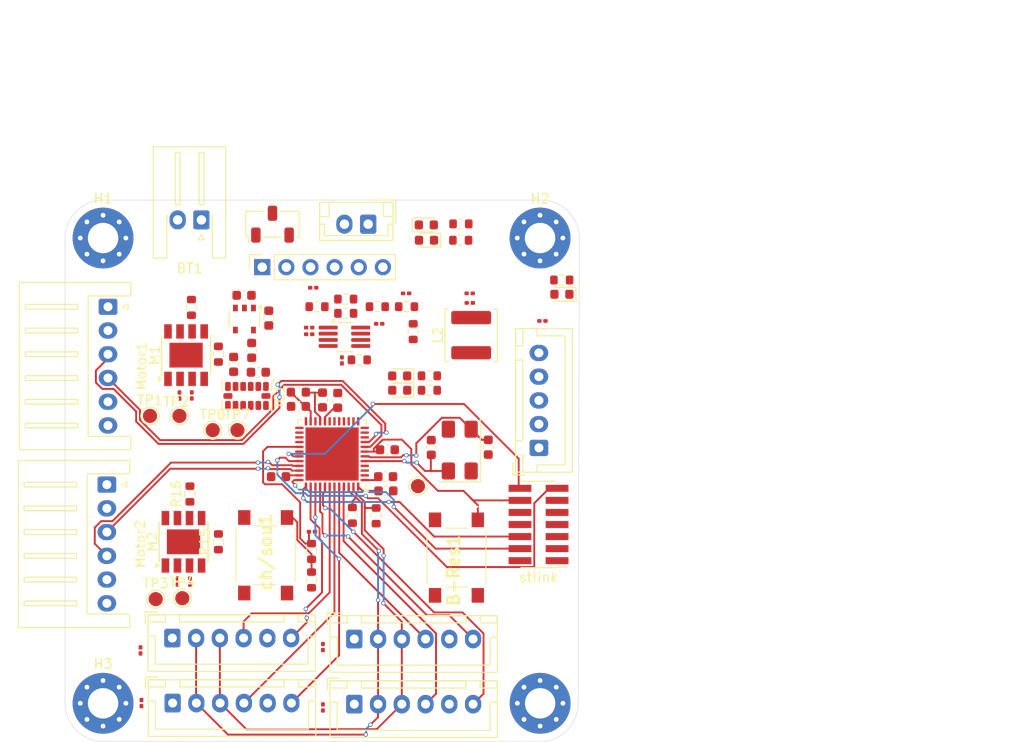
<source format=kicad_pcb>
(kicad_pcb (version 20241229) (generator "pcbnew") (generator_version "9.0")
  (layers (0 "F.Cu" signal) (4 "In1.Cu" power "In1.Cu - GND") (6 "In2.Cu" power "In2.Cu - PWR") (2 "B.Cu" signal) (13 "F.Paste" user) (15 "B.Paste" user) (5 "F.SilkS" user "F.Silkscreen") (7 "B.SilkS" user "B.Silkscreen") (1 "F.Mask" user) (3 "B.Mask" user) (25 "Edge.Cuts" user))
  (net 0 "")
  (net 1 "Net-(BT1-+)")
  (net 2 "GND")
  (net 3 "/µcontrolleur/NRST")
  (net 4 "+3.3V")
  (net 5 "Net-(U1-PF0)")
  (net 6 "Net-(U1-PF1)")
  (net 7 "Net-(U1-VDDA)")
  (net 8 "Net-(IC1-VDD_I{slash}O)")
  (net 9 "Net-(IC1-RESERVED_1)")
  (net 10 "+5V")
  (net 11 "+VBAT")
  (net 12 "Net-(IC2-VCC)")
  (net 13 "Net-(C17-Pad1)")
  (net 14 "Net-(IC2-SW)")
  (net 15 "Net-(C19-Pad1)")
  (net 16 "Net-(D1-K)")
  (net 17 "/µcontrolleur/STATUS_CHAT_LED")
  (net 18 "Net-(D2-K)")
  (net 19 "Net-(D3-K)")
  (net 20 "Net-(D4-K)")
  (net 21 "V_BATT")
  (net 22 "/µcontrolleur/STATUS_SOURIS_LED")
  (net 23 "Net-(D5-K)")
  (net 24 "/Capteurs/I2C1_SDA")
  (net 25 "/Capteurs/ACC_INT1")
  (net 26 "/Capteurs/I2C1_SCL")
  (net 27 "/Capteurs/ACC_INT2")
  (net 29 "Net-(IC2-PG)")
  (net 30 "/Moteur2/Motor1-")
  (net 31 "/Moteur2/Motor1+")
  (net 32 "/Moteur2/ENC1_PH2")
  (net 33 "/Moteur2/ENC1_PH1")
  (net 34 "/Capteurs/tof1_GPIO")
  (net 35 "/Capteurs/TOF1_XSHUT")
  (net 36 "/Capteurs/TOF2_XSHUT")
  (net 37 "/Capteurs/tof2_GPIO")
  (net 38 "/Capteurs/Bluetooth_USART3_RX")
  (net 39 "/Capteurs/Bluetooth_USART3_TX")
  (net 40 "/Capteurs/TOF3_XSHUT")
  (net 41 "/Capteurs/tof3_GPIO")
  (net 42 "/Capteurs/TOF4_XSHUT")
  (net 43 "/Capteurs/tof4_GPIO")
  (net 46 "/µcontrolleur/SWDIO")
  (net 47 "/µcontrolleur/VCP_RX")
  (net 51 "/µcontrolleur/SWCLK")
  (net 52 "/µcontrolleur/VCP_TX")
  (net 53 "/Moteur1/Motor1-")
  (net 54 "/Moteur1/ENC1_PH1")
  (net 55 "/Moteur1/Motor1+")
  (net 56 "/Moteur1/ENC1_PH2")
  (net 57 "Net-(IC2-EN{slash}SYNC)")
  (net 58 "Net-(IC2-BST)")
  (net 59 "Net-(IC2-FB)")
  (net 60 "Net-(M1-VREF)")
  (net 61 "Net-(M2-VREF)")
  (net 62 "/µcontrolleur/BOUTON_Chat{slash}Souris")
  (net 63 "/Moteur1/PWM_Mot1_CH1")
  (net 64 "/Moteur1/PWM_Mot1_CH2")
  (net 65 "/Moteur2/PWM_Mot1_CH1")
  (net 66 "/Moteur2/PWM_Mot1_CH2")
  (net 67 "/Capteurs/LIDAR_USART2_RX")
  (net 69 "/Capteurs/M_CTR")
  (net 77 "Net-(R17-Pad2)")
  (net 80 "/Capteurs/Bluetooth_En")
  (net 82 "Net-(alim_batt1-Pin_2)")
  (footprint "Connector_JST:JST_XH_B6B-XH-A_1x06_P2.50mm_Vertical" (layer "F.Cu") (at 144.38 120.045)
    (property "Reference" "TOF2" (hide yes))
    (property "Value" "Conn_01x06" (hide yes))
  )
  (footprint "TestPoint:TestPoint_Pad_D1.5mm" (layer "F.Cu") (at 148.6 91.3)
    (property "Reference" "TP8")
    (property "Value" "TestPoint" (hide yes))
  )
  (footprint "Capacitor_SMD:C_0603_1608Metric" (layer "F.Cu") (at 157.625 88.8)
    (property "Reference" "C7" (hide yes))
    (property "Value" "100nF" (hide yes))
  )
  (footprint "Capacitor_SMD:C_0603_1608Metric" (layer "F.Cu") (at 166.8 96.2 180)
    (property "Reference" "C2" (hide yes))
    (property "Value" "4u7" (hide yes))
  )
  (footprint "Capacitor_SMD:C_0201_0603Metric" (layer "F.Cu") (at 144.9 107.245 90)
    (property "Reference" "C25" (hide yes))
    (property "Value" "1 uF" (hide yes))
  )
  (footprint "Capacitor_SMD:C_0201_0603Metric" (layer "F.Cu") (at 183.3 79.8)
    (property "Reference" "C26" (hide yes))
    (property "Value" "1u" (hide yes))
  )
  (footprint "Crystal:Crystal_SMD_0603-4Pin_6.0x3.5mm" (layer "F.Cu") (at 174.6 93.4 90)
    (property "Reference" "Y1" (hide yes))
    (property "Value" "16MHz" (hide yes))
  )
  (footprint "Connector_JST:JST_EH_B2B-EH-A_1x02_P2.50mm_Vertical" (layer "F.Cu") (at 164.96 69.61 180)
    (property "Reference" "alim_batt1" (hide yes))
    (property "Value" "Conn_01x02" (hide yes))
  )
  (footprint "Resistor_SMD:R_0603_1608Metric" (layer "F.Cu") (at 149.2 103.0625 90)
    (property "Reference" "R15")
    (property "Value" "1 k")
  )
  (footprint "Resistor_SMD:R_0603_1608Metric" (layer "F.Cu") (at 146.2 98.025 90)
    (property "Reference" "R16")
    (property "Value" "4.7 k")
  )
  (footprint "Connector_JST:JST_XH_B6B-XH-A_1x06_P2.50mm_Vertical" (layer "F.Cu") (at 163.5 113.3)
    (property "Reference" "TOF3" (hide yes))
    (property "Value" "Conn_01x06" (hide yes))
  )
  (footprint "Resistor_SMD:R_0603_1608Metric" (layer "F.Cu") (at 169.7 80.925 90)
    (property "Reference" "R11" (hide yes))
    (property "Value" "16k" (hide yes))
  )
  (footprint "Button_Switch_SMD:Nidec_Copal_CAS-120A" (layer "F.Cu") (at 154.89 69.61 90)
    (property "Reference" "batterie1" (hide yes))
    (property "Value" "Wurth 472121020311" (hide yes))
  )
  (footprint "MountingHole:MountingHole_3.2mm_M3_Pad_Via" (layer "F.Cu") (at 137.06 71.07)
    (property "Reference" "H1")
    (property "Value" "MountingHole_Pad" (hide yes))
  )
  (footprint "Connector_JST:JST_XH_S6B-XH-A_1x06_P2.50mm_Horizontal" (layer "F.Cu") (at 137.58 78.31 -90)
    (property "Reference" "Motor1")
    (property "Value" "Conn_01x06")
  )
  (footprint "Capacitor_SMD:C_0201_0603Metric" (layer "F.Cu") (at 146.2 107.255 -90)
    (property "Reference" "C22" (hide yes))
    (property "Value" "1 uF" (hide yes))
  )
  (footprint "Resistor_SMD:R_0603_1608Metric" (layer "F.Cu") (at 171.4 85.58 180)
    (property "Reference" "R4" (hide yes))
    (property "Value" "600" (hide yes))
  )
  (footprint "TestPoint:TestPoint_Pad_D1.5mm" (layer "F.Cu") (at 142.6 109.1)
    (property "Reference" "TP3")
    (property "Value" "TestPoint" (hide yes))
  )
  (footprint "LED_SMD:LED_0603_1608Metric" (layer "F.Cu") (at 171.08 69.69)
    (property "Reference" "D3" (hide yes))
    (property "Value" "LED_Small" (hide yes))
  )
  (footprint "LED_SMD:LED_0603_1608Metric" (layer "F.Cu") (at 168.2775 85.59 180)
    (property "Reference" "D2" (hide yes))
    (property "Value" "LED_Small" (hide yes))
  )
  (footprint "Connector_JST:JST_XH_B5B-XH-A_1x05_P2.50mm_Vertical" (layer "F.Cu") (at 182.93 93.17 90)
    (property "Reference" "Lidar1" (hide yes))
    (property "Value" "Conn_01x05")
  )
  (footprint "Resistor_SMD:R_0603_1608Metric" (layer "F.Cu") (at 163.3 100.275 90)
    (property "Reference" "R2" (hide yes))
    (property "Value" "2.2K" (hide yes))
  )
  (footprint "Capacitor_SMD:C_0201_0603Metric" (layer "F.Cu") (at 175.655 77.9 180)
    (property "Reference" "C18" (hide yes))
    (property "Value" "22u" (hide yes))
  )
  (footprint "Resistor_SMD:R_0603_1608Metric" (layer "F.Cu") (at 171.4 87.1 180)
    (property "Reference" "R14" (hide yes))
    (property "Value" "1k6" (hide yes))
  )
  (footprint "Capacitor_SMD:C_0603_1608Metric" (layer "F.Cu") (at 177.6 93.1 -90)
    (property "Reference" "C4" (hide yes))
    (property "Value" "10pF" (hide yes))
  )
  (footprint "KiCad:SW Push 1P1T NO 6x6mm H9.5mm" (layer "F.Cu") (at 154.17 104.48 -90)
    (property "Reference" "ch/sou1")
    (property "Value" "SW_Push" (hide yes))
  )
  (footprint "Capacitor_SMD:C_0603_1608Metric" (layer "F.Cu") (at 160.155444 88.125 90)
    (property "Reference" "C8" (hide yes))
    (property "Value" "10nF" (hide yes))
  )
  (footprint "Resistor_SMD:R_0603_1608Metric" (layer "F.Cu") (at 174.7175 69.58)
    (property "Reference" "R3" (hide yes))
    (property "Value" "600" (hide yes))
  )
  (footprint "Capacitor_SMD:C_0201_0603Metric" (layer "F.Cu") (at 160.2 114.145 -90)
    (property "Reference" "C29" (hide yes))
    (property "Value" "1u" (hide yes))
  )
  (footprint "TestPoint:TestPoint_Pad_D1.5mm" (layer "F.Cu") (at 170.2 97.2)
    (property "Reference" "TP6" (hide yes))
    (property "Value" "TestPoint" (hide yes))
  )
  (footprint "Resistor_SMD:R_0603_1608Metric" (layer "F.Cu") (at 162.6 79)
    (property "Reference" "R8" (hide yes))
    (property "Value" "100K" (hide yes))
  )
  (footprint "TestPoint:TestPoint_Pad_D1.5mm" (layer "F.Cu") (at 145.4 109)
    (property "Reference" "TP4")
    (property "Value" "TestPoint" (hide yes))
  )
  (footprint "Resistor_SMD:R_0603_1608Metric" (layer "F.Cu") (at 165.8 100.325 90)
    (property "Reference" "R1" (hide yes))
    (property "Value" "2.2K" (hide yes))
  )
  (footprint "Capacitor_SMD:C_0603_1608Metric" (layer "F.Cu") (at 154.5 79.5 -90)
    (property "Reference" "C13" (hide yes))
    (property "Value" "1u" (hide yes))
  )
  (footprint "Capacitor_SMD:C_0603_1608Metric" (layer "F.Cu") (at 155.525 96.2)
    (property "Reference" "C6" (hide yes))
    (property "Value" "100nF" (hide yes))
  )
  (footprint "Capacitor_SMD:C_0201_0603Metric" (layer "F.Cu") (at 175.645 76.9 180)
    (property "Reference" "C20" (hide yes))
    (property "Value" "22u" (hide yes))
  )
  (footprint "Capacitor_SMD:C_0603_1608Metric" (layer "F.Cu") (at 166.825 97.7 180)
    (property "Reference" "C5" (hide yes))
    (property "Value" "100nF" (hide yes))
  )
  (footprint "Resistor_SMD:R_0603_1608Metric" (layer "F.Cu") (at 174.7 71.3 180)
    (property "Reference" "R5" (hide yes))
    (property "Value" "2k3" (hide yes))
  )
  (footprint "Package_TO_SOT_SMD:TSOT-23-8_HandSoldering" (layer "F.Cu") (at 162.465 81.47)
    (property "Reference" "IC2" (hide yes))
    (property "Value" "MP1")
  )
  (footprint "Capacitor_SMD:C_0201_0603Metric" (layer "F.Cu") (at 168.955 76.9)
    (property "Reference" "C19" (hide yes))
    (property "Value" "15pF" (hide yes))
  )
  (footprint "MountingHole:MountingHole_3.2mm_M3_Pad_Via" (layer "F.Cu") (at 137.06 120.07)
    (property "Reference" "H3")
    (property "Value" "MountingHole_Pad" (hide yes))
  )
  (footprint "Capacitor_SMD:C_0201_0603Metric" (layer "F.Cu") (at 141.1 120.045 -90)
    (property "Reference" "C28" (hide yes))
    (property "Value" "1u" (hide yes))
  )
  (footprint "Package_LGA:LGA-14_3x5mm_P0.8mm_LayoutBorder1x6y" (layer "F.Cu") (at 152.2 87.7 -90)
    (property "Reference" "IC1")
    (property "Value" "ADX")
  )
  (footprint "LED_SMD:LED_0603_1608Metric" (layer "F.Cu") (at 171.1 71.3 180)
    (property "Reference" "D1" (hide yes))
    (property "Value" "LED_Small" (hide yes))
  )
  (footprint "Capacitor_SMD:C_0201_0603Metric" (layer "F.Cu") (at 146.4 87.645 -90)
    (property "Reference" "C23" (hide yes))
    (property "Value" "1 uF" (hide yes))
  )
  (footprint "Package_SO:Diodes_SO-8EP" (layer "F.Cu") (at 145.525 103.0625 90)
    (property "Reference" "M2")
    (property "Value" "ZXB")
  )
  (footprint "TestPoint:TestPoint_Pad_D1.5mm" (layer "F.Cu") (at 142 89.8)
    (property "Reference" "TP1")
    (property "Value" "TestPoint" (hide yes))
  )
  (footprint "Capacitor_SMD:C_0201_0603Metric" (layer "F.Cu") (at 158.755 81.2 180)
    (property "Reference" "C15" (hide yes))
    (property "Value" "0.1u" (hide yes))
  )
  (footprint "LED_SMD:LED_0603_1608Metric" (layer "F.Cu") (at 168.2825 87.1 180)
    (property "Reference" "D5" (hide yes))
    (property "Value" "LED_Small" (hide yes))
  )
  (footprint "MountingHole:MountingHole_3.2mm_M3_Pad_Via" (layer "F.Cu") (at 183.0525 71.06875)
    (property "Reference" "H2")
    (property "Value" "MountingHole_Pad" (hide yes))
  )
  (footprint "Package_SO:Diodes_SO-8EP" (layer "F.Cu") (at 145.795 83.4025 90)
    (property "Reference" "M1")
    (property "Value" "ZXB")
  )
  (footprint "Capacitor_SMD:C_0603_1608Metric" (layer "F.Cu") (at 151.9 77.1)
    (property "Reference" "C12" (hide yes))
    (property "Value" "1u" (hide yes))
  )
  (footprint "Capacitor_SMD:C_0603_1608Metric" (layer "F.Cu") (at 166.980444 93.365806)
    (property "Reference" "C1" (hide yes))
    (property "Value" "100nF" (hide yes))
  )
  (footprint "MountingHole:MountingHole_3.2mm_M3_Pad_Via" (layer "F.Cu") (at 183.06 120.07)
    (property "Reference" "H4" (hide yes))
    (property "Value" "MountingHole_Pad" (hide yes))
  )
  (footprint "Capacitor_SMD:C_0201_0603Metric" (layer "F.Cu") (at 158.755 80.5 180)
    (property "Reference" "C14" (hide yes))
    (property "Value" "22u" (hide yes))
  )
  (footprint "Resistor_SMD:R_0603_1608Metric" (layer "F.Cu") (at 165.925 78.3)
    (property "Reference" "R12" (hide yes))
    (property "Value" "7K68" (hide yes))
  )
  (footprint "Capacitor_SMD:C_0201_0603Metric" (layer "F.Cu") (at 159.18 76.3)
    (property "Reference" "C31" (hide yes))
    (property "Value" "1u" (hide yes))
  )
  (footprint "TestPoint:TestPoint_Pad_D1.5mm" (layer "F.Cu") (at 151.2 91.3)
    (property "Reference" "TP7")
    (property "Value" "TestPoint" (hide yes))
  )
  (footprint "Connector_JST:JST_XH_B6B-XH-A_1x06_P2.50mm_Vertical" (layer "F.Cu") (at 144.35 113.2)
    (property "Reference" "TOF1" (hide yes))
    (property "Value" "Conn_01x06" (hide yes))
  )
  (footprint "Connector_PinHeader_1.27mm:PinHeader_2x07_P1.27mm_Vertical_SMD" (layer "F.Cu") (at 182.89 101.24 180)
    (property "Reference" "stlink")
    (property "Value" "Conn_ST_STDC14" (hide yes))
  )
  (footprint "Resistor_SMD:R_0603_1608Metric" (layer "F.Cu") (at 159 104.075 -90)
    (property "Reference" "R20" (hide yes))
    (property "Value" "10K" (hide yes))
  )
  (footprint "Capacitor_SMD:C_0201_0603Metric" (layer "F.Cu") (at 162.2 83.955 90)
    (property "Reference" "C17" (hide yes))
    (property "Value" "0.1uF" (hide yes))
  )
  (footprint "Connector_JST:JST_XH_S6B-XH-A_1x06_P2.50mm_Horizontal" (layer "F.Cu") (at 137.46 97.04 -90)
    (property "Reference" "Motor2")
    (property "Value" "Conn_01x06")
  )
  (footprint "Connector_JST:JST_XH_S2B-XH-A-1_1x02_P2.50mm_Horizontal" (layer "F.Cu") (at 147.41 69.16 180)
    (property "Reference" "BT1")
    (property "Value" "Battery_Cell")
  )
  (footprint "Resistor_SMD:R_0603_1608Metric" (layer "F.Cu") (at 169 78.3)
    (property "Reference" "R13" (hide yes))
    (property "Value" "40.2K" (hide yes))
  )
  (footprint "Capacitor_SMD:C_0603_1608Metric" (layer "F.Cu") (at 153.4 85.2)
    (property "Reference" "C9" (hide yes))
    (property "Value" "0.1u" (hide yes))
  )
  (footprint "TestPoint:TestPoint_Pad_D1.5mm" (layer "F.Cu") (at 145.1 89.8)
    (property "Reference" "TP2")
    (property "Value" "TestPoint" (hide yes))
  )
  (footprint "Inductor_SMD:L_0603_1608Metric" (layer "F.Cu") (at 157.6125 87.3)
    (property "Reference" "L1" (hide yes))
    (property "Value" "39nH" (hide yes))
  )
  (footprint "Resistor_SMD:R_0603_1608Metric" (layer "F.Cu") (at 162.6 77.5)
    (property "Reference" "R7" (hide yes))
    (property "Value" "100K" (hide yes))
  )
  (footprint "Package_DFN_QFN:QFN-48-1EP_7x7mm_P0.5mm_EP5.6x5.6mm" (layer "F.Cu") (at 161.16 93.8125 180)
    (property "Reference" "U1" (hide yes))
    (property "Value" "STM")
  )
  (footprint "Capacitor_SMD:C_0201_0603Metric" (layer "F.Cu") (at 141 114.5 -90)
    (property "Reference" "C27" (hide yes))
    (property "Value" "1u" (hide yes))
  )
  (footprint "Inductor_SMD:L_APV_ANR5040" (layer "F.Cu") (at 175.8 81.3 90)
    (property "Reference" "L2")
    (property "Value" "4.7u" (hide yes))
  )
  (footprint "Capacitor_SMD:C_0603_1608Metric" (layer "F.Cu") (at 152.7 82.9 -90)
    (property "Reference" "C11" (hide yes))
    (property "Value" "0.1u" (hide yes))
  )
  (footprint "Connector_JST:JST_XH_B6B-XH-A_1x06_P2.50mm_Vertical" (layer "F.Cu") (at 163.5 120.16)
    (property "Reference" "TOF4" (hide yes))
    (property "Value" "Conn_01x06" (hide yes))
  )
  (footprint "LED_SMD:LED_0603_1608Metric" (layer "F.Cu") (at 185.35 76.99 180)
    (property "Reference" "D4" (hide yes))
    (property "Value" "LED_Small" (hide yes))
  )
  (footprint "Resistor_SMD:R_0603_1608Metric" (layer "F.Cu") (at 159.575 78.3 180)
    (property "Reference" "R9" (hide yes))
    (property "Value" "100K" (hide yes))
  )
  (footprint "KiCad:SW Push 1P1T NO 6x6mm H9.5mm" (layer "F.Cu") (at 174.25 104.725 -90)
    (property "Reference" "B-Res1")
    (property "Value" "SW_Push" (hide yes))
  )
  (footprint "Resistor_SMD:R_0603_1608Metric" (layer "F.Cu") (at 146.36 78.375 90)
    (property "Reference" "R19" (hide yes))
    (property "Value" "4.7 k" (hide yes))
  )
  (footprint "Package_SO:TSOP-5_1.65x3.05mm_P0.95mm" (layer "F.Cu") (at 151.9375 79.6 -90)
    (property "Reference" "PS1" (hide yes))
    (property "Value" "BU3")
  )
  (footprint "Capacitor_SMD:C_0201_0603Metric" (layer "F.Cu") (at 159.045 102)
    (property "Reference" "C32" (hide yes))
    (property "Value" "100nf" (hide yes))
  )
  (footprint "Capacitor_SMD:C_0603_1608Metric" (layer "F.Cu") (at 150.8 84.375 -90)
    (property "Reference" "C10" (hide yes))
    (property "Value" "10u" (hide yes))
  )
  (footprint "Capacitor_SMD:C_0603_1608Metric" (layer "F.Cu") (at 161.755444 88.165806 -90)
    (property "Reference" "C21" (hide yes))
    (property "Value" "100nF" (hide yes))
  )
  (footprint "Capacitor_SMD:C_0603_1608Metric" (layer "F.Cu") (at 171.6 93.125 90)
    (property "Reference" "C3" (hide yes))
    (property "Value" "10pF" (hide yes))
  )
  (footprint "Resistor_SMD:R_0603_1608Metric" (layer "F.Cu") (at 159 107.075 90)
    (property "Reference" "R17" (hide yes))
    (property "Value" "10k" (hide yes))
  )
  (footprint "Resistor_SMD:R_0603_1608Metric" (layer "F.Cu") (at 185.335 75.49)
    (property "Reference" "R6" (hide yes))
    (property "Value" "4k5" (hide yes))
  )
  (footprint "Resistor_SMD:R_0603_1608Metric" (layer "F.Cu") (at 149.2 83.3 90)
    (property "Reference" "R18" (hide yes))
    (property "Value" "1 k" (hide yes))
  )
  (footprint "Resistor_SMD:R_0603_1608Metric" (layer "F.Cu") (at 164.025 83.9 180)
    (property "Reference" "R10" (hide yes))
    (property "Value" "20" (hide yes))
  )
  (footprint "Connector_PinSocket_2.54mm:PinSocket_1x06_P2.54mm_Vertical" (layer "F.Cu") (at 153.81 74.139999 90)
    (property "Reference" "Bluetooth1" (hide yes))
    (property "Value" "Conn_01x06" (hide yes))
  )
  (footprint "Capacitor_SMD:C_0201_0603Metric" (layer "F.Cu") (at 160.2 120.505 -90)
    (property "Reference" "C30" (hide yes))
    (property "Value" "1u" (hide yes))
  )
  (footprint "Capacitor_SMD:C_0201_0603Metric" (layer "F.Cu") (at 145.1 87.655 90)
    (property "Reference" "C24" (hide yes))
    (property "Value" "1 uF" (hide yes))
  )
  (footprint "Capacitor_SMD:C_0201_0603Metric" (layer "F.Cu") (at 166.12 80.1)
    (property "Reference" "C16" (hide yes))
    (property "Value" "0.1u" (hide yes))
  )
  (gr_arc (start 183.174073 67.06875) (mid 186.0025 68.240323) (end 187.174073 71.06875) (stroke (width 0.05)) (layer "Edge.Cuts"))
  (gr_line (start 137.06 67.07) (end 183.181573 67.07) (stroke (width 0.05)) (layer "Edge.Cuts"))
  (gr_arc (start 133.06 71.07) (mid 134.231573 68.241573) (end 137.06 67.07) (stroke (width 0.05)) (layer "Edge.Cuts"))
  (gr_line (start 187.181573 71.07) (end 187.06 120.07) (stroke (width 0.05)) (layer "Edge.Cuts"))
  (gr_line (start 137.06 124.07) (end 183.00177 124.11) (stroke (width 0.05)) (layer "Edge.Cuts"))
  (gr_arc (start 137.06 124.07) (mid 134.231573 122.898427) (end 133.06 120.07) (stroke (width 0.05)) (layer "Edge.Cuts"))
  (gr_arc (start 187.064617 120.035383) (mid 185.871189 122.916572) (end 182.99 124.11) (stroke (width 0.05)) (layer "Edge.Cuts"))
  (gr_line (start 133.06 120.07) (end 133.06 71.07) (stroke (width 0.05)) (layer "Edge.Cuts"))
  (segment (start 168.5 92.3) (end 166.5 92.3) (width 0.2) (layer "F.Cu") (net 3))
  (segment (start 175.75 98.45) (end 175 97.7) (width 0.2) (layer "F.Cu") (net 3))
  (segment (start 176 98.7) (end 175.75 98.45) (width 0.2) (layer "F.Cu") (net 3))
  (segment (start 164.5975 93.5625) (end 165.555444 93.5625) (width 0.2) (layer "F.Cu") (net 3))
  (segment (start 166.00875 93.5625) (end 166.205444 93.365806) (width 0.2) (layer "F.Cu") (net 3))
  (segment (start 176.5 100.75) (end 176.5 99.2) (width 0.2) (layer "F.Cu") (net 3))
  (segment (start 175 97.7) (end 172.3 97.7) (width 0.2) (layer "F.Cu") (net 3))
  (segment (start 169.5 93.3) (end 168.5 92.3) (width 0.2) (layer "F.Cu") (net 3))
  (segment (start 165.555444 93.5625) (end 166.00875 93.5625) (width 0.2) (layer "F.Cu") (net 3))
  (segment (start 166.5 92.3) (end 165.555444 93.244556) (width 0.2) (layer "F.Cu") (net 3))
  (segment (start 180.94 98.7) (end 176 98.7) (width 0.2) (layer "F.Cu") (net 3))
  (segment (start 169.5 94.9) (end 169.5 93.3) (width 0.2) (layer "F.Cu") (net 3))
  (segment (start 176.5 99.2) (end 175.75 98.45) (width 0.2) (layer "F.Cu") (net 3))
  (segment (start 172.3 97.7) (end 169.5 94.9) (width 0.2) (layer "F.Cu") (net 3))
  (segment (start 165.555444 93.244556) (end 165.555444 93.5625) (width 0.2) (layer "F.Cu") (net 3))
  (segment (start 158.91 89.31) (end 158.91 90.375) (width 0.2) (layer "F.Cu") (net 4))
  (segment (start 166.025 96.2) (end 165.6625 96.5625) (width 0.1) (layer "F.Cu") (net 4))
  (segment (start 164.36 97.7) (end 166.05 97.7) (width 0.2) (layer "F.Cu") (net 4))
  (segment (start 156.4375 96.0625) (end 157.7225 96.0625) (width 0.2) (layer "F.Cu") (net 4))
  (segment (start 161.755444 88.940806) (end 161.390896 88.940806) (width 0.2) (layer "F.Cu") (net 4))
  (segment (start 165.6625 96.5625) (end 164.5975 96.5625) (width 0.2) (layer "F.Cu") (net 4))
  (segment (start 164.952138 96.5625) (end 164.955444 96.565806) (width 0.1) (layer "F.Cu") (net 4))
  (segment (start 163.91 97.25) (end 164.36 97.7) (width 0.2) (layer "F.Cu") (net 4))
  (segment (start 156.3 96.2) (end 156.4375 96.0625) (width 0.2) (layer "F.Cu") (net 4))
  (segment (start 164.5975 96.5625) (end 164.952138 96.5625) (width 0.1) (layer "F.Cu") (net 4))
  (segment (start 158.4 88.8) (end 158.325 88.8) (width 0.2) (layer "F.Cu") (net 4))
  (segment (start 158.4 88.8) (end 158.91 89.31) (width 0.2) (layer "F.Cu") (net 4))
  (segment (start 161.390896 88.940806) (end 160.41 89.921702) (width 0.2) (layer "F.Cu") (net 4))
  (segment (start 160.41 89.921702) (end 160.41 90.375) (width 0.2) (layer "F.Cu") (net 4))
  (segment (start 158.325 88.8) (end 156.825 87.3) (width 0.2) (layer "F.Cu") (net 4))
  (segment (start 171.555444 95.6) (end 170.942464 95.6) (width 0.2) (layer "F.Cu") (net 5))
  (segment (start 170.942464 95.6) (end 170.066635 94.724171) (width 0.2) (layer "F.Cu") (net 5))
  (segment (start 168.75875 94.5625) (end 164.5975 94.5625) (width 0.2) (layer "F.Cu") (net 5))
  (segment (start 173.4 95.6) (end 171.555444 95.6) (width 0.2) (layer "F.Cu") (net 5))
  (segment (start 171.555444 93.944556) (end 171.555444 95.6) (width 0.2) (layer "F.Cu") (net 5))
  (segment (start 171.6 93.9) (end 171.555444 93.944556) (width 0.2) (layer "F.Cu") (net 5))
  (via (at 168.75875 94.5625) (size 0.45) (drill 0.3) (layers "F.Cu" "B.Cu") (net 5))
  (via (at 170.066635 94.724171) (size 0.45) (drill 0.3) (layers "F.Cu" "B.Cu") (net 5))
  (segment (start 169.016635 94.724171) (end 170.066635 94.724171) (width 0.2) (layer "B.Cu") (net 5))
  (segment (start 168.854964 94.5625) (end 169.016635 94.724171) (width 0.2) (layer "B.Cu") (net 5))
  (segment (start 168.75875 94.5625) (end 168.854964 94.5625) (width 0.2) (layer "B.Cu") (net 5))
  (segment (start 164.5975 94.0625) (end 165.056444 94.0625) (width 0.2) (layer "F.Cu") (net 6))
  (segment (start 174.599 89.999) (end 175.8 91.2) (width 0.2) (layer "F.Cu") (net 6))
  (segment (start 168.415873 94.1615) (end 168.627848 93.949525) (width 0.2) (layer "F.Cu") (net 6))
  (segment (start 176.925 92.325) (end 175.8 91.2) (width 0.2) (layer "F.Cu") (net 6))
  (segment (start 177.6 92.325) (end 176.925 92.325) (width 0.2) (layer "F.Cu") (net 6))
  (segment (start 165.056444 94.0625) (end 165.155444 94.1615) (width 0.2) (layer "F.Cu") (net 6))
  (segment (start 170.025 92.68884) (end 172.71484 89.999) (width 0.2) (layer "F.Cu") (net 6))
  (segment (start 170.025 93.965806) (end 170.025 92.68884) (width 0.2) (layer "F.Cu") (net 6))
  (segment (start 165.155444 94.1615) (end 168.415873 94.1615) (width 0.2) (layer "F.Cu") (net 6))
  (segment (start 168.627848 93.949525) (end 168.975001 93.949525) (width 0.2) (layer "F.Cu") (net 6))
  (segment (start 172.71484 89.999) (end 174.599 89.999) (width 0.2) (layer "F.Cu") (net 6))
  (via (at 168.975001 93.949525) (size 0.45) (drill 0.3) (layers "F.Cu" "B.Cu") (net 6))
  (via (at 170.025 93.965806) (size 0.45) (drill 0.3) (layers "F.Cu" "B.Cu") (net 6))
  (segment (start 168.975001 93.949525) (end 170.008719 93.949525) (width 0.2) (layer "B.Cu") (net 6))
  (segment (start 170.008719 93.949525) (end 170.025 93.965806) (width 0.2) (layer "B.Cu") (net 6))
  (segment (start 158.489638 87.3) (end 158.555444 87.365806) (width 0.2) (layer "F.Cu") (net 7))
  (segment (start 158.45 87.35) (end 158.4 87.3) (width 0.2) (layer "F.Cu") (net 7))
  (segment (start 159.95 87.3) (end 160 87.35) (width 0.2) (layer "F.Cu") (net 7))
  (segment (start 160.155444 87.35) (end 159.355444 87.35) (width 0.2) (layer "F.Cu") (net 7))
  (segment (start 159.355444 89.367146) (end 159.355444 87.35) (width 0.2) (layer "F.Cu") (net 7))
  (segment (start 159.355444 87.35) (end 158.45 87.35) (width 0.2) (layer "F.Cu") (net 7))
  (segment (start 158.4 87.3) (end 158.489638 87.3) (width 0.2) (layer "F.Cu") (net 7))
  (segment (start 159.91 89.921702) (end 159.355444 89.367146) (width 0.2) (layer "F.Cu") (net 7))
  (segment (start 159.91 90.375) (end 159.91 89.921702) (width 0.2) (layer "F.Cu") (net 7))
  (segment (start 165.9 122.76) (end 168.5 120.16) (width 0.2) (layer "F.Cu") (net 24))
  (segment (start 163.924678 98.199) (end 164.601 98.875322) (width 0.2) (layer "F.Cu") (net 24))
  (segment (start 164.6 99.4) (end 164.6 101.855082) (width 0.2) (layer "F.Cu") (net 24))
  (segment (start 164.6 99.342302) (end 164.6 99.4) (width 0.2) (layer "F.Cu") (net 24))
  (segment (start 152.135 122.8) (end 165.9 122.8) (width 0.2) (layer "F.Cu") (net 24))
  (segment (start 164.6 99.4) (end 164.7 99.5) (width 0.2) (layer "F.Cu") (net 24))
  (segment (start 149.35 113.2) (end 149.35 120.015) (width 0.2) (layer "F.Cu") (net 24))
  (segment (start 149.38 120.045) (end 152.135 122.8) (width 0.2) (layer "F.Cu") (net 24))
  (segment (start 168.5 111.471753) (end 166.55935 109.531103) (width 0.2) (layer "F.Cu") (net 24))
  (segment (start 149.35 120.015) (end 149.38 120.045) (width 0.2) (layer "F.Cu") (net 24))
  (segment (start 163.41 97.25) (end 163.41 97.71) (width 0.2) (layer "F.Cu") (net 24))
  (segment (start 163.41 97.71) (end 163.899 98.199) (width 0.2) (layer "F.Cu") (net 24))
  (segment (start 168.5 113.3) (end 168.5 111.471753) (width 0.2) (layer "F.Cu") (net 24))
  (segment (start 164.7 99.5) (end 165.8 99.5) (width 0.2) (layer "F.Cu") (net 24))
  (segment (start 164.601 99.341302) (end 164.6 99.342302) (width 0.2) (layer "F.Cu") (net 24))
  (segment (start 163.899 98.199) (end 163.924678 98.199) (width 0.2) (layer "F.Cu") (net 24))
  (segment (start 168.5 113.3) (end 168.5 120.16) (width 0.2) (layer "F.Cu") (net 24))
  (segment (start 164.6 101.855082) (end 166.585876 103.840958) (width 0.2) (layer "F.Cu") (net 24))
  (segment (start 166.55935 104.54065) (end 166.585876 104.514124) (width 0.2) (layer "F.Cu") (net 24))
  (segment (start 166.585876 103.840958) (end 166.585876 104.514124) (width 0.2) (layer "F.Cu") (net 24))
  (segment (start 165.9 122.8) (end 165.9 122.76) (width 0.2) (layer "F.Cu") (net 24))
  (segment (start 164.601 98.875322) (end 164.601 99.341302) (width 0.2) (layer "F.Cu") (net 24))
  (via (at 166.585876 104.514124) (size 0.45) (drill 0.3) (layers "F.Cu" "B.Cu") (net 24))
  (via (at 166.55935 109.531103) (size 0.45) (drill 0.3) (layers "F.Cu" "B.Cu") (net 24))
  (segment (start 166.585876 109.504577) (end 166.55935 109.531103) (width 0.2) (layer "B.Cu") (net 24))
  (segment (start 166.585876 104.514124) (end 166.585876 109.504577) (width 0.2) (layer "B.Cu") (net 24))
  (segment (start 166.085876 104.014124) (end 164.3 102.228248) (width 0.2) (layer "F.Cu") (net 26))
  (segment (start 163.8 98.5) (end 163.722501 98.5) (width 0.2) (layer "F.Cu") (net 26))
  (segment (start 162.91 97.687499) (end 162.91 97.25) (width 0.2) (layer "F.Cu") (net 26))
  (segment (start 164.3 99) (end 163.8 98.5) (width 0.2) (layer "F.Cu") (net 26))
  (segment (start 163.66125 98.43875) (end 163.3 98.8) (width 0.2) (layer "F.Cu") (net 26))
  (segment (start 166 113.3) (end 166 120.16) (width 0.2) (layer "F.Cu") (net 26))
  (segment (start 165.2 122.325) (end 166 121.525) (width 0.2) (layer "F.Cu") (net 26))
  (segment (start 163.1 99.45) (end 163.3 99.25) (width 0.2) (layer "F.Cu") (net 26))
  (segment (start 166 121.525) (end 166 120.16) (width 0.2) (layer "F.Cu") (net 26))
  (segment (start 163.3 98.8) (end 163.3 99.45) (width 0.2) (layer "F.Cu") (net 26))
  (segment (start 163.66125 98.43875) (end 163.26125 98.03875) (width 0.2) (layer "F.Cu") (net 26))
  (segment (start 146.88 120.045) (end 150.204064 123.369064) (width 0.2) (layer "F.Cu") (net 26))
  (segment (start 163.26125 98.03875) (end 162.91 97.687499) (width 0.2) (layer "F.Cu") (net 26))
  (segment (start 166 113.3) (end 166 109.2) (width 0.2) (layer "F.Cu") (net 26))
  (segment (start 146.85 113.2) (end 146.85 120.015) (width 0.2) (layer "F.Cu") (net 26))
  (segment (start 166 104.1) (end 166.085876 104.014124) (width 0.2) (layer "F.Cu") (net 26))
  (segment (start 146.85 120.015) (end 146.88 120.045) (width 0.2) (layer "F.Cu") (net 26))
  (segment (start 150.204064 123.369064) (end 164.700027 123.369064) (width 0.2) (layer "F.Cu") (net 26))
  (segment (start 163.722501 98.5) (end 163.66125 98.43875) (width 0.2) (layer "F.Cu") (net 26))
  (segment (start 164.3 102.228248) (end 164.3 99) (width 0.2) (layer "F.Cu") (net 26))
  (via (at 166 109.2) (size 0.45) (drill 0.3) (layers "F.Cu" "B.Cu") (net 26))
  (via (at 165.2 122.325) (size 0.45) (drill 0.3) (layers "F.Cu" "B.Cu") (net 26))
  (via (at 166.085876 104.014124) (size 0.45) (drill 0.3) (layers "F.Cu" "B.Cu") (net 26))
  (via (at 164.700027 123.369064) (size 0.45) (drill 0.3) (layers "F.Cu" "B.Cu") (net 26))
  (segment (start 164.755444 122.769556) (end 165.2 122.325) (width 0.2) (layer "B.Cu") (net 26))
  (segment (start 166 104.1) (end 166 109.2) (width 0.2) (layer "B.Cu") (net 26))
  (segment (start 164.700027 123.369064) (end 164.752186 123.369064) (width 0.2) (layer "B.Cu") (net 26))
  (segment (start 164.755444 123.365806) (end 164.755444 122.769556) (width 0.2) (layer "B.Cu") (net 26))
  (segment (start 166.085876 104.014124) (end 166 104.1) (width 0.2) (layer "B.Cu") (net 26))
  (segment (start 164.752186 123.369064) (end 164.755444 123.365806) (width 0.2) (layer "B.Cu") (net 26))
  (segment (start 156.789638 95.4) (end 156.952138 95.5625) (width 0.2) (layer "F.Cu") (net 32))
  (segment (start 154.51781 95.4) (end 156.789638 95.4) (width 0.2) (layer "F.Cu") (net 32))
  (segment (start 154.424999 95.307189) (end 154.51781 95.4) (width 0.2) (layer "F.Cu") (net 32))
  (segment (start 156.952138 95.5625) (end 157.7225 95.5625) (width 0.2) (layer "F.Cu") (net 32))
  (segment (start 153.374997 95.365806) (end 144.134194 95.365806) (width 0.2) (layer "F.Cu") (net 32))
  (segment (start 144.134194 95.365806) (end 137.46 102.04) (width 0.2) (layer "F.Cu") (net 32))
  (segment (start 153.375 95.365803) (end 153.374997 95.365806) (width 0.2) (layer "F.Cu") (net 32))
  (via (at 154.424999 95.307189) (size 0.45) (drill 0.3) (layers "F.Cu" "B.Cu") (net 32))
  (via (at 153.375 95.365803) (size 0.45) (drill 0.3) (layers "F.Cu" "B.Cu") (net 32))
  (segment (start 154.366383 95.365806) (end 153.375003 95.365806) (width 0.2) (layer "B.Cu") (net 32))
  (segment (start 154.424999 95.307189) (end 154.366383 95.365806) (width 0.2) (layer "B.Cu") (net 32))
  (segment (start 153.375003 95.365806) (end 153.375 95.365803) (width 0.2) (layer "B.Cu") (net 32))
  (segment (start 136.85824 100.889) (end 138.0439 100.889) (width 0.2) (layer "F.Cu") (net 33))
  (segment (start 137.46 104.54) (end 136.184 103.264) (width 0.2) (layer "F.Cu") (net 33))
  (segment (start 144.216752 94.716148) (end 153.353826 94.716148) (width 0.2) (layer "F.Cu") (net 33))
  (segment (start 156.955738 94.999) (end 154.860687 94.999) (width 0.2) (layer "F.Cu") (net 33))
  (segment (start 136.184 101.56324) (end 136.85824 100.889) (width 0.2) (layer "F.Cu") (net 33))
  (segment (start 157.7225 95.0625) (end 157.019238 95.0625) (width 0.2) (layer "F.Cu") (net 33))
  (segment (start 157.019238 95.0625) (end 156.955738 94.999) (width 0.2) (layer "F.Cu") (net 33))
  (segment (start 154.518873 94.657186) (end 154.425 94.657186) (width 0.2) (layer "F.Cu") (net 33))
  (segment (start 138.0439 100.889) (end 144.216752 94.716148) (width 0.2) (layer "F.Cu") (net 33))
  (segment (start 154.860687 94.999) (end 154.518873 94.657186) (width 0.2) (layer "F.Cu") (net 33))
  (segment (start 136.184 103.264) (end 136.184 101.56324) (width 0.2) (layer "F.Cu") (net 33))
  (via (at 153.353826 94.716148) (size 0.45) (drill 0.3) (layers "F.Cu" "B.Cu") (net 33))
  (via (at 154.425 94.657186) (size 0.45) (drill 0.3) (layers "F.Cu" "B.Cu") (net 33))
  (segment (start 154.366038 94.716148) (end 154.425 94.657186) (width 0.2) (layer "B.Cu") (net 33))
  (segment (start 153.353826 94.716148) (end 154.366038 94.716148) (width 0.2) (layer "B.Cu") (net 33))
  (segment (start 160.91 97.25) (end 160.91 108.39) (width 0.2) (layer "F.Cu") (net 34))
  (segment (start 151.85 111.45) (end 151.85 113.2) (width 0.2) (layer "F.Cu") (net 34))
  (segment (start 152.7 110.6) (end 151.85 111.45) (width 0.2) (layer "F.Cu") (net 34))
  (segment (start 158.7 110.6) (end 152.7 110.6) (width 0.2) (layer "F.Cu") (net 34))
  (segment (start 160.91 108.39) (end 158.7 110.6) (width 0.2) (layer "F.Cu") (net 34))
  (segment (start 160.1 108.4) (end 160.1 103) (width 0.2) (layer "F.Cu") (net 35))
  (segment (start 156.85 113.2) (end 158.5 111.55) (width 0.2) (layer "F.Cu") (net 35))
  (segment (start 158.895 100.695) (end 158.895 98.902834) (width 0.2) (layer "F.Cu") (net 35))
  (segment (start 159.846 102.746) (end 159.846 101.646) (width 0.2) (layer "F.Cu") (net 35))
  (segment (start 160.1 103) (end 159.846 102.746) (width 0.2) (layer "F.Cu") (net 35))
  (segment (start 158.91 98.887834) (end 158.91 97.25) (width 0.2) (layer "F.Cu") (net 35))
  (segment (start 158.895 98.902834) (end 158.91 98.887834) (width 0.2) (layer "F.Cu") (net 35))
  (segment (start 158.4 110.1) (end 160.1 108.4) (width 0.2) (layer "F.Cu") (net 35))
  (segment (start 158.5 111.55) (end 158.5 111.075) (width 0.2) (layer "F.Cu") (net 35))
  (segment (start 158.5 110.225) (end 158.4 110.125) (width 0.2) (layer "F.Cu") (net 35))
  (segment (start 158.4 110.125) (end 158.4 110.1) (width 0.2) (layer "F.Cu") (net 35))
  (segment (start 159.846 101.646) (end 158.895 100.695) (width 0.2) (layer "F.Cu") (net 35))
  (via (at 158.5 111.075) (size 0.45) (drill 0.3) (layers "F.Cu" "B.Cu") (net 35))
  (via (at 158.4 110.125) (size 0.45) (drill 0.3) (layers "F.Cu" "B.Cu") (net 35))
  (segment (start 158.4 110.975) (end 158.5 111.075) (width 0.1) (layer "B.Cu") (net 35))
  (segment (start 158.4 110.125) (end 158.4 110.975) (width 0.1) (layer "B.Cu") (net 35))
  (segment (start 159.4 99.071) (end 159.41 99.061) (width 0.2) (layer "F.Cu") (net 36))
  (segment (start 161.9 115.025) (end 156.88 120.045) (width 0.2) (layer "F.Cu") (net 36))
  (segment (start 161.9 104.871752) (end 161.9 115.025) (width 0.2) (layer "F.Cu") (net 36))
  (segment (start 159.41 99.061) (end 159.41 97.25) (width 0.2) (layer "F.Cu") (net 36))
  (segment (start 161.891652 104.863404) (end 161.9 104.871752) (width 0.2) (layer "F.Cu") (net 36))
  (segment (start 159.4 100.5) (end 159.4 99.071) (width 0.2) (layer "F.Cu") (net 36))
  (via (at 159.4 100.5) (size 0.45) (drill 0.3) (layers "F.Cu" "B.Cu") (net 36))
  (via (at 161.891652 104.863404) (size 0.45) (drill 0.3) (layers "F.Cu" "B.Cu") (net 36))
  (segment (start 159.4 100.5) (end 159.4 102.371752) (width 0.2) (layer "B.Cu") (net 36))
  (segment (start 159.4 102.371752) (end 161.891652 104.863404) (width 0.2) (layer "B.Cu") (net 36))
  (segment (start 161.41 110.515) (end 161.41 97.25) (width 0.2) (layer "F.Cu") (net 37))
  (segment (start 151.88 120.045) (end 161.41 110.515) (width 0.2) (layer "F.Cu") (net 37))
  (segment (start 159.9 99.876488) (end 159.9 97.26) (width 0.2) (layer "F.Cu") (net 40))
  (segment (start 160.147 100.123488) (end 159.9 99.876488) (width 0.2) (layer "F.Cu") (net 40))
  (segment (start 160.147 102.112) (end 160.147 100.123488) (width 0.2) (layer "F.Cu") (net 40))
  (segment (start 159.9 97.26) (end 159.91 97.25) (width 0.2) (layer "F.Cu") (net 40))
  (segment (start 162.849 102.5) (end 162.749 102.4) (width 0.2) (layer "F.Cu") (net 40))
  (segment (start 171.149 110.8) (end 162.849 102.5) (width 0.2) (layer "F.Cu") (net 40))
  (segment (start 160.435 102.4) (end 160.147 102.112) (width 0.2) (layer "F.Cu") (net 40))
  (segment (start 176 113.3) (end 173.5 110.8) (width 0.2) (layer "F.Cu") (net 40))
  (segment (start 173.5 110.8) (end 171.149 110.8) (width 0.2) (layer "F.Cu") (net 40))
  (via (at 160.435 102.4) (size 0.45) (drill 0.3) (layers "F.Cu" "B.Cu") (net 40))
  (via (at 162.849 102.5) (size 0.45) (drill 0.3) (layers "F.Cu" "B.Cu") (net 40))
  (segment (start 162.749 102.4) (end 162.849 102.5) (width 0.2) (layer "B.Cu") (net 40))
  (segment (start 160.435 102.4) (end 162.749 102.4) (width 0.2) (layer "B.Cu") (net 40))
  (segment (start 171 113.3) (end 161.91 104.21) (width 0.2) (layer "F.Cu") (net 41))
  (segment (start 161.91 104.21) (end 161.91 97.25) (width 0.2) (layer "F.Cu") (net 41))
  (segment (start 177.101 112.718951) (end 177.101 119.059) (width 0.2) (layer "F.Cu") (net 42))
  (segment (start 174.881049 110.499) (end 177.101 112.718951) (width 0.2) (layer "F.Cu") (net 42))
  (segment (start 160.435 99.5) (end 160.4 99.465) (width 0.2) (layer "F.Cu") (net 42))
  (segment (start 177.101 119.059) (end 176 120.16) (width 0.2) (layer "F.Cu") (net 42))
  (segment (start 171.899 110.499) (end 174.881049 110.499) (width 0.2) (layer "F.Cu") (net 42))
  (segment (start 160.2 99.2) (end 160.2 98) (width 0.2) (layer "F.Cu") (net 42))
  (segment (start 160.4 99.465) (end 160.4 99.4) (width 0.2) (layer "F.Cu") (net 42))
  (segment (start 160.41 97.79) (end 160.41 97.25) (width 0.2) (layer "F.Cu") (net 42))
  (segment (start 163.4 102) (end 171.899 110.499) (width 0.2) (layer "F.Cu") (net 42))
  (segment (start 160.4 99.4) (end 160.2 99.2) (width 0.2) (layer "F.Cu") (net 42))
  (segment (start 160.2 98) (end 160.41 97.79) (width 0.2) (layer "F.Cu") (net 42))
  (via (at 163.4 102) (size 0.45) (drill 0.3) (layers "F.Cu" "B.Cu") (net 42))
  (via (at 160.435 99.5) (size 0.45) (drill 0.3) (layers "F.Cu" "B.Cu") (net 42))
  (segment (start 160.435 99.5) (end 160.489638 99.5) (width 0.2) (layer "B.Cu") (net 42))
  (segment (start 160.489638 99.5) (end 160.555444 99.565806) (width 0.2) (layer "B.Cu") (net 42))
  (segment (start 160.555444 99.565806) (end 160.965806 99.565806) (width 0.2) (layer "B.Cu") (net 42))
  (segment (start 160.965806 99.565806) (end 163.4 102) (width 0.2) (layer "B.Cu") (net 42))
  (segment (start 172.101 112.718951) (end 162.374 102.991951) (width 0.2) (layer "F.Cu") (net 43))
  (segment (start 162.374 102.991951) (end 162.374 97.286) (width 0.2) (layer "F.Cu") (net 43))
  (segment (start 172.101 119.059) (end 172.101 112.718951) (width 0.2) (layer "F.Cu") (net 43))
  (segment (start 162.374 97.286) (end 162.41 97.25) (width 0.2) (layer "F.Cu") (net 43))
  (segment (start 171 120.16) (end 172.101 119.059) (width 0.2) (layer "F.Cu") (net 43))
  (segment (start 157.16261 96.5625) (end 157.7225 96.5625) (width 0.2) (layer "F.Cu") (net 46))
  (segment (start 172.046462 103.78) (end 167.65823 99.391768) (width 0.2) (layer "F.Cu") (net 46))
  (segment (start 157 96.8) (end 157 96.72511) (width 0.2) (layer "F.Cu") (net 46))
  (segment (start 180.94 103.78) (end 172.046462 103.78) (width 0.2) (layer "F.Cu") (net 46))
  (segment (start 157.271232 97.128768) (end 157.271232 97.071232) (width 0.2) (layer "F.Cu") (net 46))
  (segment (start 157.271232 97.071232) (end 157 96.8) (width 0.2) (layer "F.Cu") (net 46))
  (segment (start 157 96.72511) (end 157.16261 96.5625) (width 0.2) (layer "F.Cu") (net 46))
  (via (at 157.271232 97.128768) (size 0.45) (drill 0.3) (layers "F.Cu" "B.Cu") (net 46))
  (via (at 167.65823 99.391768) (size 0.45) (drill 0.3) (layers "F.Cu" "B.Cu") (net 46))
  (segment (start 165.036016 97.824) (end 166.834341 97.824) (width 0.2) (layer "B.Cu") (net 46))
  (segment (start 166.834341 97.824) (end 167.65823 98.647889) (width 0.2) (layer "B.Cu") (net 46))
  (segment (start 164.350262 97.824) (end 164.475262 97.699) (width 0.2) (layer "B.Cu") (net 46))
  (segment (start 164.475262 97.699) (end 164.911016 97.699) (width 0.2) (layer "B.Cu") (net 46))
  (segment (start 164.911016 97.699) (end 165.036016 97.824) (width 0.2) (layer "B.Cu") (net 46))
  (segment (start 157.686696 97.544232) (end 158.512745 97.544232) (width 0.2) (layer "B.Cu") (net 46))
  (segment (start 158.512745 97.544232) (end 158.792513 97.824) (width 0.2) (layer "B.Cu") (net 46))
  (segment (start 167.65823 98.647889) (end 167.65823 99.391768) (width 0.2) (layer "B.Cu") (net 46))
  (segment (start 158.792513 97.824) (end 164.350262 97.824) (width 0.2) (layer "B.Cu") (net 46))
  (segment (start 157.271232 97.128768) (end 157.686696 97.544232) (width 0.2) (layer "B.Cu") (net 46))
  (segment (start 182.441 98.999) (end 182.441 105.721) (width 0.2) (layer "F.Cu") (net 47))
  (segment (start 166 98.476) (end 164.944139 98.476) (width 0.2) (layer "F.Cu") (net 47))
  (segment (start 155.4 94.474) (end 155.674 94.2) (width 0.2) (layer "F.Cu") (net 47))
  (segment (start 182.441 105.721) (end 173.245 105.721) (width 0.2) (layer "F.Cu") (net 47))
  (segment (start 184.01 97.43) (end 182.441 98.999) (width 0.2) (layer "F.Cu") (net 47))
  (segment (start 184.84 97.43) (end 184.01 97.43) (width 0.2) (layer "F.Cu") (net 47))
  (segment (start 164.944139 98.476) (end 164.693139 98.225) (width 0.2) (layer "F.Cu") (net 47))
  (segment (start 156.618623 94.5625) (end 157.7225 94.5625) (width 0.2) (layer "F.Cu") (net 47))
  (segment (start 156.256123 94.2) (end 156.618623 94.5625) (width 0.2) (layer "F.Cu") (net 47))
  (segment (start 173.245 105.721) (end 166 98.476) (width 0.2) (layer "F.Cu") (net 47))
  (segment (start 155.674 94.2) (end 156.256123 94.2) (width 0.2) (layer "F.Cu") (net 47))
  (via (at 155.4 94.474) (size 0.45) (drill 0.3) (layers "F.Cu" "B.Cu") (net 47))
  (via (at 164.693139 98.225) (size 0.45) (drill 0.3) (layers "F.Cu" "B.Cu") (net 47))
  (segment (start 155.4 96) (end 157.345232 97.945232) (width 0.2) (layer "B.Cu") (net 47))
  (segment (start 157.345232 97.945232) (end 158.346645 97.945232) (width 0.2) (layer "B.Cu") (net 47))
  (segment (start 158.626413 98.225) (end 164.693139 98.225) (width 0.2) (layer "B.Cu") (net 47))
  (segment (start 155.4 94.474) (end 155.4 96) (width 0.2) (layer "B.Cu") (net 47))
  (segment (start 158.346645 97.945232) (end 158.626413 98.225) (width 0.2) (layer "B.Cu") (net 47))
  (segment (start 158.128768 97.531232) (end 158.41 97.25) (width 0.2) (layer "F.Cu") (net 51))
  (segment (start 171.91 102.51) (end 168.266768 98.866768) (width 0.2) (layer "F.Cu") (net 51))
  (segment (start 180.94 102.51) (end 171.91 102.51) (width 0.2) (layer "F.Cu") (net 51))
  (segment (start 168.266768 98.866768) (end 167.133232 98.866768) (width 0.2) (layer "F.Cu") (net 51))
  (segment (start 158.128768 98.471232) (end 158.128768 97.531232) (width 0.2) (layer "F.Cu") (net 51))
  (via (at 158.128768 98.471232) (size 0.45) (drill 0.3) (layers "F.Cu" "B.Cu") (net 51))
  (via (at 167.133232 98.866768) (size 0.45) (drill 0.3) (layers "F.Cu" "B.Cu") (net 51))
  (segment (start 167.133232 98.866768) (end 158.524304 98.866768) (width 0.2) (layer "B.Cu") (net 51))
  (segment (start 158.524304 98.866768) (end 158.128768 98.471232) (width 0.2) (layer "B.Cu") (net 51))
  (segment (start 157.075 94.0625) (end 157.7225 94.0625) (width 0.2) (layer "F.Cu") (net 52))
  (segment (start 180.8 94.29989) (end 175.050454 88.550344) (width 0.2) (layer "F.Cu") (net 52))
  (segment (start 180.94 97.46) (end 180.8 97.6) (width 0.2) (layer "F.Cu") (net 52))
  (segment (start 156.8125 93.8) (end 157.075 94.0625) (width 0.2) (layer "F.Cu") (net 52))
  (segment (start 156.6 93.8) (end 156.8125 93.8) (width 0.2) (layer "F.Cu") (net 52))
  (segment (start 175.050454 88.550344) (end 165.449656 88.550344) (width 0.2) (layer "F.Cu") (net 52))
  (segment (start 180.8 97.6) (end 180.8 94.29989) (width 0.2) (layer "F.Cu") (net 52))
  (segment (start 180.94 97.43) (end 180.94 97.46) (width 0.2) (layer "F.Cu") (net 52))
  (via (at 165.449656 88.550344) (size 0.45) (drill 0.3) (layers "F.Cu" "B.Cu") (net 52))
  (via (at 156.6 93.8) (size 0.45) (drill 0.3) (layers "F.Cu" "B.Cu") (net 52))
  (segment (start 156.6 93.8) (end 160.4 93.8) (width 0.2) (layer "B.Cu") (net 52))
  (segment (start 165.449656 88.750344) (end 165.449656 88.550344) (width 0.2) (layer "B.Cu") (net 52))
  (segment (start 160.4 93.8) (end 165.449656 88.750344) (width 0.2) (layer "B.Cu") (net 52))
  (segment (start 162.113748 86.524) (end 166.355444 90.765696) (width 0.2) (layer "F.Cu") (net 54))
  (segment (start 140.94225 89.17225) (end 140.94225 90.228589) (width 0.2) (layer "F.Cu") (net 54))
  (segment (start 156.128306 86.524) (end 162.113748 86.524) (width 0.2) (layer "F.Cu") (net 54))
  (segment (start 143.064661 92.351) (end 151.665968 92.351) (width 0.2) (layer "F.Cu") (net 54))
  (segment (start 155.89885 86.8224) (end 155.89885 86.753456) (width 0.2) (layer "F.Cu") (net 54))
  (segment (start 140.94225 90.228589) (end 143.064661 92.351) (width 0.2) (layer "F.Cu") (net 54))
  (segment (start 154.976 89.040968) (end 154.976 87.74525) (width 0.2) (layer "F.Cu") (net 54))
  (segment (start 166.355444 91.877456) (end 165.1704 93.0625) (width 0.2) (layer "F.Cu") (net 54))
  (segment (start 155.89885 86.753456) (end 156.128306 86.524) (width 0.2) (layer "F.Cu") (net 54))
  (segment (start 166.355444 90.765696) (end 166.355444 91.877456) (width 0.2) (layer "F.Cu") (net 54))
  (segment (start 154.976 87.74525) (end 155.89885 86.8224) (width 0.2) (layer "F.Cu") (net 54))
  (segment (start 151.665968 92.351) (end 154.976 89.040968) (width 0.2) (layer "F.Cu") (net 54))
  (segment (start 165.1704 93.0625) (end 164.5975 93.0625) (width 0.2) (layer "F.Cu") (net 54))
  (segment (start 137.58 85.81) (end 140.94225 89.17225) (width 0.2) (layer "F.Cu") (net 54))
  (segment (start 142.898561 92.752) (end 151.832068 92.752) (width 0.2) (layer "F.Cu") (net 56))
  (segment (start 136.97824 86.961) (end 138.1639 86.961) (width 0.2) (layer "F.Cu") (net 56))
  (segment (start 140.54125 90.394689) (end 142.898561 92.752) (width 0.2) (layer "F.Cu") (net 56))
  (segment (start 155.816854 86.123) (end 155.438145 86.501709) (width 0.2) (layer "F.Cu") (net 56))
  (segment (start 137.555444 83.765806) (end 136.304 85.01725) (width 0.2) (layer "F.Cu") (net 56))
  (segment (start 166.755444 91.440806) (end 166.880444 91.565806) (width 0.2) (layer "F.Cu") (net 56))
  (segment (start 166.755444 90.598596) (end 162.279848 86.123) (width 0.2) (layer "F.Cu") (net 56))
  (segment (start 165.050798 92.5625) (end 164.5975 92.5625) (width 0.2) (layer "F.Cu") (net 56))
  (segment (start 140.54125 89.33835) (end 140.54125 90.394689) (width 0.2) (layer "F.Cu") (net 56))
  (segment (start 136.304 85.01725) (end 136.304 86.28676) (width 0.2) (layer "F.Cu") (net 56))
  (segment (start 137.58 83.31) (end 137.58 83.74125) (width 0.2) (layer "F.Cu") (net 56))
  (segment (start 166.755444 91.375) (end 166.755444 91.440806) (width 0.2) (layer "F.Cu") (net 56))
  (segment (start 165.777537 91.712899) (end 165.777537 91.835761) (width 0.2) (layer "F.Cu") (net 56))
  (segment (start 162.279848 86.123) (end 155.816854 86.123) (width 0.2) (layer "F.Cu") (net 56))
  (segment (start 137.58 83.74125) (end 137.555444 83.765806) (width 0.2) (layer "F.Cu") (net 56))
  (segment (start 138.1639 86.961) (end 140.54125 89.33835) (width 0.2) (layer "F.Cu") (net 56))
  (segment (start 151.832068 92.752) (end 155.626676 88.957392) (width 0.2) (layer "F.Cu") (net 56))
  (segment (start 165.777537 91.835761) (end 165.050798 92.5625) (width 0.2) (layer "F.Cu") (net 56))
  (segment (start 136.304 86.28676) (end 136.97824 86.961) (width 0.2) (layer "F.Cu") (net 56))
  (segment (start 166.755444 91.375) (end 166.755444 90.598596) (width 0.2) (layer "F.Cu") (net 56))
  (segment (start 155.626676 88.957392) (end 155.626676 87.837038) (width 0.2) (layer "F.Cu") (net 56))
  (via (at 155.626676 87.837038) (size 0.45) (drill 0.3) (layers "F.Cu" "B.Cu") (net 56))
  (via (at 166.880444 91.565806) (size 0.45) (drill 0.3) (layers "F.Cu" "B.Cu") (net 56))
  (via (at 155.438145 86.501709) (size 0.45) (drill 0.3) (layers "F.Cu" "B.Cu") (net 56))
  (via (at 165.777537 91.712899) (size 0.45) (drill 0.3) (layers "F.Cu" "B.Cu") (net 56))
  (segment (start 155.626676 86.69024) (end 155.438145 86.501709) (width 0.2) (layer "B.Cu") (net 56))
  (segment (start 155.626676 87.837038) (end 155.626676 86.69024) (width 0.2) (layer "B.Cu") (net 56))
  (segment (start 165.92463 91.565806) (end 165.777537 91.712899) (width 0.2) (layer "B.Cu") (net 56))
  (segment (start 166.880444 91.565806) (end 165.92463 91.565806) (width 0.2) (layer "B.Cu") (net 56))
  (segment (start 158.725 102) (end 158.725 102.975) (width 0.2) (layer "F.Cu") (net 62))
  (segment (start 154.3625 93.0625) (end 157.7225 93.0625) (width 0.2) (layer "F.Cu") (net 62))
  (segment (start 153.9 96.8) (end 153.9 93.525) (width 0.2) (layer "F.Cu") (net 62))
  (segment (start 154.1 97) (end 153.9 96.8) (width 0.2) (layer "F.Cu") (net 62))
  (segment (start 153.9 93.525) (end 154.3625 93.0625) (width 0.2) (layer "F.Cu") (net 62))
  (segment (start 157.8 102.7) (end 157.8 98.9) (width 0.2) (layer "F.Cu") (net 62))
  (segment (start 159 103.25) (end 158.35 103.25) (width 0.2) (layer "F.Cu") (net 62))
  (segment (start 158.725 102.975) (end 159 103.25) (width 0.2) (layer "F.Cu") (net 62))
  (segment (start 155.9 97) (end 154.1 97) (width 0.2) (layer "F.Cu") (net 62))
  (segment (start 158.35 103.25) (end 157.8 102.7) (width 0.2) (layer "F.Cu") (net 62))
  (segment (start 157.8 98.9) (end 155.9 97) (width 0.2) (layer "F.Cu") (net 62))
  (segment (start 157.499 102.867352) (end 159 104.368352) (width 0.2) (layer "F.Cu") (net 77))
  (segment (start 157.005 100.505) (end 157.499 100.999) (width 0.2) (layer "F.Cu") (net 77))
  (segment (start 159 104.9) (end 159 106.25) (width 0.2) (layer "F.Cu") (net 77))
  (segment (start 156.42 100.505) (end 157.005 100.505) (width 0.2) (layer "F.Cu") (net 77))
  (segment (start 157.499 100.999) (end 157.499 102.867352) (width 0.2) (layer "F.Cu") (net 77))
  (segment (start 159 104.368352) (end 159 104.9) (width 0.2) (layer "F.Cu") (net 77))
)
</source>
